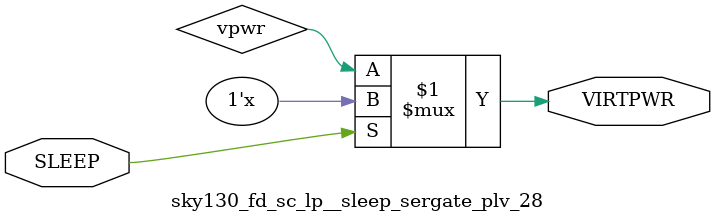
<source format=v>
/*
 * Copyright 2020 The SkyWater PDK Authors
 *
 * Licensed under the Apache License, Version 2.0 (the "License");
 * you may not use this file except in compliance with the License.
 * You may obtain a copy of the License at
 *
 *     https://www.apache.org/licenses/LICENSE-2.0
 *
 * Unless required by applicable law or agreed to in writing, software
 * distributed under the License is distributed on an "AS IS" BASIS,
 * WITHOUT WARRANTIES OR CONDITIONS OF ANY KIND, either express or implied.
 * See the License for the specific language governing permissions and
 * limitations under the License.
 *
 * SPDX-License-Identifier: Apache-2.0
*/


`ifndef SKY130_FD_SC_LP__SLEEP_SERGATE_PLV_28_FUNCTIONAL_V
`define SKY130_FD_SC_LP__SLEEP_SERGATE_PLV_28_FUNCTIONAL_V

/**
 * sleep_sergate_plv: connect vpr to virtpwr when not in sleep mode.
 *
 * Verilog simulation functional model.
 */

`timescale 1ns / 1ps
`default_nettype none

`celldefine
module sky130_fd_sc_lp__sleep_sergate_plv_28 (
    VIRTPWR,
    SLEEP
);

    // Module ports
    output VIRTPWR;
    input  SLEEP  ;

    // Local signals
    wire vgnd;
    wire vpwr;

    //       Name       Output   Other arguments
    pulldown pulldown0 (vgnd   );
    bufif0   bufif00   (VIRTPWR, vpwr, SLEEP    );

endmodule
`endcelldefine

`default_nettype wire
`endif  // SKY130_FD_SC_LP__SLEEP_SERGATE_PLV_28_FUNCTIONAL_V

</source>
